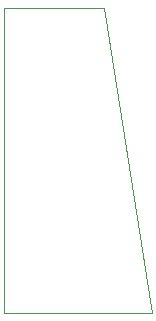
<source format=gm1>
G04 #@! TF.FileFunction,Profile,NP*
%FSLAX46Y46*%
G04 Gerber Fmt 4.6, Leading zero omitted, Abs format (unit mm)*
G04 Created by KiCad (PCBNEW 4.0.5) date 01/24/17 21:51:59*
%MOMM*%
%LPD*%
G01*
G04 APERTURE LIST*
%ADD10C,0.150000*%
%ADD11C,0.100000*%
G04 APERTURE END LIST*
D10*
D11*
X123575000Y-78500000D02*
X136100000Y-78500000D01*
X123571000Y-78500000D02*
X123571000Y-52692300D01*
X132029200Y-52692300D02*
X136100000Y-78500000D01*
X123571000Y-52692300D02*
X132029200Y-52692300D01*
M02*

</source>
